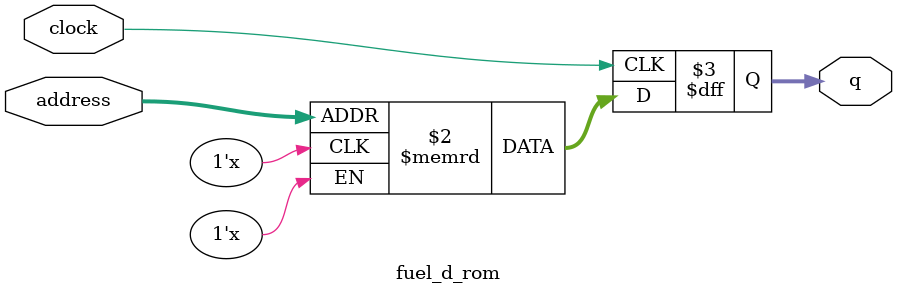
<source format=sv>
module fuel_d_rom (
	input logic clock,
	input logic [9:0] address,
	output logic [2:0] q
);

logic [2:0] memory [0:967] /* synthesis ram_init_file = "./fuel_d/fuel_d.mif" */;

always_ff @ (posedge clock) begin
	q <= memory[address];
end

endmodule

</source>
